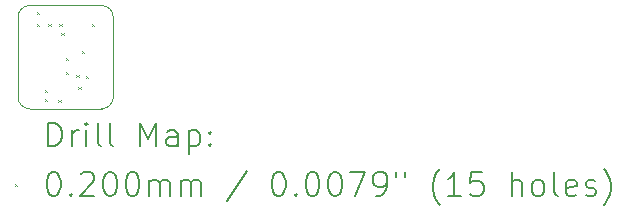
<source format=gbr>
%TF.GenerationSoftware,KiCad,Pcbnew,7.0.8*%
%TF.CreationDate,2023-12-04T13:08:52+00:00*%
%TF.ProjectId,BNO085_0x4B_Board,424e4f30-3835-45f3-9078-34425f426f61,rev?*%
%TF.SameCoordinates,Original*%
%TF.FileFunction,Drillmap*%
%TF.FilePolarity,Positive*%
%FSLAX45Y45*%
G04 Gerber Fmt 4.5, Leading zero omitted, Abs format (unit mm)*
G04 Created by KiCad (PCBNEW 7.0.8) date 2023-12-04 13:08:52*
%MOMM*%
%LPD*%
G01*
G04 APERTURE LIST*
%ADD10C,0.100000*%
%ADD11C,0.200000*%
%ADD12C,0.020000*%
G04 APERTURE END LIST*
D10*
X10231500Y-10602000D02*
G75*
G03*
X10131500Y-10502000I-100000J0D01*
G01*
X9524500Y-10502000D02*
G75*
G03*
X9424500Y-10602000I0J-100000D01*
G01*
X9524500Y-10502000D02*
X10131500Y-10502000D01*
X10131500Y-11377000D02*
G75*
G03*
X10231500Y-11277000I0J100000D01*
G01*
X10231500Y-10602000D02*
X10231500Y-11277000D01*
X9424500Y-11277000D02*
X9424500Y-10602000D01*
X9524500Y-11377000D02*
X10131500Y-11377000D01*
X9424500Y-11277000D02*
G75*
G03*
X9524500Y-11377000I100000J0D01*
G01*
D11*
D12*
X9586000Y-10554000D02*
X9606000Y-10574000D01*
X9606000Y-10554000D02*
X9586000Y-10574000D01*
X9586000Y-10656000D02*
X9606000Y-10676000D01*
X9606000Y-10656000D02*
X9586000Y-10676000D01*
X9652000Y-11215000D02*
X9672000Y-11235000D01*
X9672000Y-11215000D02*
X9652000Y-11235000D01*
X9653000Y-11291950D02*
X9673000Y-11311950D01*
X9673000Y-11291950D02*
X9653000Y-11311950D01*
X9680000Y-10656000D02*
X9700000Y-10676000D01*
X9700000Y-10656000D02*
X9680000Y-10676000D01*
X9767000Y-11302000D02*
X9787000Y-11322000D01*
X9787000Y-11302000D02*
X9767000Y-11322000D01*
X9773000Y-10655000D02*
X9793000Y-10675000D01*
X9793000Y-10655000D02*
X9773000Y-10675000D01*
X9791000Y-10733000D02*
X9811000Y-10753000D01*
X9811000Y-10733000D02*
X9791000Y-10753000D01*
X9831037Y-10943220D02*
X9851037Y-10963220D01*
X9851037Y-10943220D02*
X9831037Y-10963220D01*
X9831450Y-11063300D02*
X9851450Y-11083300D01*
X9851450Y-11063300D02*
X9831450Y-11083300D01*
X9919000Y-11088000D02*
X9939000Y-11108000D01*
X9939000Y-11088000D02*
X9919000Y-11108000D01*
X9934097Y-11189002D02*
X9954097Y-11209002D01*
X9954097Y-11189002D02*
X9934097Y-11209002D01*
X9966000Y-10884000D02*
X9986000Y-10904000D01*
X9986000Y-10884000D02*
X9966000Y-10904000D01*
X10001000Y-11097000D02*
X10021000Y-11117000D01*
X10021000Y-11097000D02*
X10001000Y-11117000D01*
X10051000Y-10655000D02*
X10071000Y-10675000D01*
X10071000Y-10655000D02*
X10051000Y-10675000D01*
D11*
X9680277Y-11693484D02*
X9680277Y-11493484D01*
X9680277Y-11493484D02*
X9727896Y-11493484D01*
X9727896Y-11493484D02*
X9756467Y-11503008D01*
X9756467Y-11503008D02*
X9775515Y-11522055D01*
X9775515Y-11522055D02*
X9785039Y-11541103D01*
X9785039Y-11541103D02*
X9794563Y-11579198D01*
X9794563Y-11579198D02*
X9794563Y-11607769D01*
X9794563Y-11607769D02*
X9785039Y-11645865D01*
X9785039Y-11645865D02*
X9775515Y-11664912D01*
X9775515Y-11664912D02*
X9756467Y-11683960D01*
X9756467Y-11683960D02*
X9727896Y-11693484D01*
X9727896Y-11693484D02*
X9680277Y-11693484D01*
X9880277Y-11693484D02*
X9880277Y-11560150D01*
X9880277Y-11598246D02*
X9889801Y-11579198D01*
X9889801Y-11579198D02*
X9899324Y-11569674D01*
X9899324Y-11569674D02*
X9918372Y-11560150D01*
X9918372Y-11560150D02*
X9937420Y-11560150D01*
X10004086Y-11693484D02*
X10004086Y-11560150D01*
X10004086Y-11493484D02*
X9994563Y-11503008D01*
X9994563Y-11503008D02*
X10004086Y-11512531D01*
X10004086Y-11512531D02*
X10013610Y-11503008D01*
X10013610Y-11503008D02*
X10004086Y-11493484D01*
X10004086Y-11493484D02*
X10004086Y-11512531D01*
X10127896Y-11693484D02*
X10108848Y-11683960D01*
X10108848Y-11683960D02*
X10099324Y-11664912D01*
X10099324Y-11664912D02*
X10099324Y-11493484D01*
X10232658Y-11693484D02*
X10213610Y-11683960D01*
X10213610Y-11683960D02*
X10204086Y-11664912D01*
X10204086Y-11664912D02*
X10204086Y-11493484D01*
X10461229Y-11693484D02*
X10461229Y-11493484D01*
X10461229Y-11493484D02*
X10527896Y-11636341D01*
X10527896Y-11636341D02*
X10594563Y-11493484D01*
X10594563Y-11493484D02*
X10594563Y-11693484D01*
X10775515Y-11693484D02*
X10775515Y-11588722D01*
X10775515Y-11588722D02*
X10765991Y-11569674D01*
X10765991Y-11569674D02*
X10746944Y-11560150D01*
X10746944Y-11560150D02*
X10708848Y-11560150D01*
X10708848Y-11560150D02*
X10689801Y-11569674D01*
X10775515Y-11683960D02*
X10756467Y-11693484D01*
X10756467Y-11693484D02*
X10708848Y-11693484D01*
X10708848Y-11693484D02*
X10689801Y-11683960D01*
X10689801Y-11683960D02*
X10680277Y-11664912D01*
X10680277Y-11664912D02*
X10680277Y-11645865D01*
X10680277Y-11645865D02*
X10689801Y-11626817D01*
X10689801Y-11626817D02*
X10708848Y-11617293D01*
X10708848Y-11617293D02*
X10756467Y-11617293D01*
X10756467Y-11617293D02*
X10775515Y-11607769D01*
X10870753Y-11560150D02*
X10870753Y-11760150D01*
X10870753Y-11569674D02*
X10889801Y-11560150D01*
X10889801Y-11560150D02*
X10927896Y-11560150D01*
X10927896Y-11560150D02*
X10946944Y-11569674D01*
X10946944Y-11569674D02*
X10956467Y-11579198D01*
X10956467Y-11579198D02*
X10965991Y-11598246D01*
X10965991Y-11598246D02*
X10965991Y-11655388D01*
X10965991Y-11655388D02*
X10956467Y-11674436D01*
X10956467Y-11674436D02*
X10946944Y-11683960D01*
X10946944Y-11683960D02*
X10927896Y-11693484D01*
X10927896Y-11693484D02*
X10889801Y-11693484D01*
X10889801Y-11693484D02*
X10870753Y-11683960D01*
X11051705Y-11674436D02*
X11061229Y-11683960D01*
X11061229Y-11683960D02*
X11051705Y-11693484D01*
X11051705Y-11693484D02*
X11042182Y-11683960D01*
X11042182Y-11683960D02*
X11051705Y-11674436D01*
X11051705Y-11674436D02*
X11051705Y-11693484D01*
X11051705Y-11569674D02*
X11061229Y-11579198D01*
X11061229Y-11579198D02*
X11051705Y-11588722D01*
X11051705Y-11588722D02*
X11042182Y-11579198D01*
X11042182Y-11579198D02*
X11051705Y-11569674D01*
X11051705Y-11569674D02*
X11051705Y-11588722D01*
D12*
X9399500Y-12012000D02*
X9419500Y-12032000D01*
X9419500Y-12012000D02*
X9399500Y-12032000D01*
D11*
X9718372Y-11913484D02*
X9737420Y-11913484D01*
X9737420Y-11913484D02*
X9756467Y-11923008D01*
X9756467Y-11923008D02*
X9765991Y-11932531D01*
X9765991Y-11932531D02*
X9775515Y-11951579D01*
X9775515Y-11951579D02*
X9785039Y-11989674D01*
X9785039Y-11989674D02*
X9785039Y-12037293D01*
X9785039Y-12037293D02*
X9775515Y-12075388D01*
X9775515Y-12075388D02*
X9765991Y-12094436D01*
X9765991Y-12094436D02*
X9756467Y-12103960D01*
X9756467Y-12103960D02*
X9737420Y-12113484D01*
X9737420Y-12113484D02*
X9718372Y-12113484D01*
X9718372Y-12113484D02*
X9699324Y-12103960D01*
X9699324Y-12103960D02*
X9689801Y-12094436D01*
X9689801Y-12094436D02*
X9680277Y-12075388D01*
X9680277Y-12075388D02*
X9670753Y-12037293D01*
X9670753Y-12037293D02*
X9670753Y-11989674D01*
X9670753Y-11989674D02*
X9680277Y-11951579D01*
X9680277Y-11951579D02*
X9689801Y-11932531D01*
X9689801Y-11932531D02*
X9699324Y-11923008D01*
X9699324Y-11923008D02*
X9718372Y-11913484D01*
X9870753Y-12094436D02*
X9880277Y-12103960D01*
X9880277Y-12103960D02*
X9870753Y-12113484D01*
X9870753Y-12113484D02*
X9861229Y-12103960D01*
X9861229Y-12103960D02*
X9870753Y-12094436D01*
X9870753Y-12094436D02*
X9870753Y-12113484D01*
X9956467Y-11932531D02*
X9965991Y-11923008D01*
X9965991Y-11923008D02*
X9985039Y-11913484D01*
X9985039Y-11913484D02*
X10032658Y-11913484D01*
X10032658Y-11913484D02*
X10051705Y-11923008D01*
X10051705Y-11923008D02*
X10061229Y-11932531D01*
X10061229Y-11932531D02*
X10070753Y-11951579D01*
X10070753Y-11951579D02*
X10070753Y-11970627D01*
X10070753Y-11970627D02*
X10061229Y-11999198D01*
X10061229Y-11999198D02*
X9946944Y-12113484D01*
X9946944Y-12113484D02*
X10070753Y-12113484D01*
X10194563Y-11913484D02*
X10213610Y-11913484D01*
X10213610Y-11913484D02*
X10232658Y-11923008D01*
X10232658Y-11923008D02*
X10242182Y-11932531D01*
X10242182Y-11932531D02*
X10251705Y-11951579D01*
X10251705Y-11951579D02*
X10261229Y-11989674D01*
X10261229Y-11989674D02*
X10261229Y-12037293D01*
X10261229Y-12037293D02*
X10251705Y-12075388D01*
X10251705Y-12075388D02*
X10242182Y-12094436D01*
X10242182Y-12094436D02*
X10232658Y-12103960D01*
X10232658Y-12103960D02*
X10213610Y-12113484D01*
X10213610Y-12113484D02*
X10194563Y-12113484D01*
X10194563Y-12113484D02*
X10175515Y-12103960D01*
X10175515Y-12103960D02*
X10165991Y-12094436D01*
X10165991Y-12094436D02*
X10156467Y-12075388D01*
X10156467Y-12075388D02*
X10146944Y-12037293D01*
X10146944Y-12037293D02*
X10146944Y-11989674D01*
X10146944Y-11989674D02*
X10156467Y-11951579D01*
X10156467Y-11951579D02*
X10165991Y-11932531D01*
X10165991Y-11932531D02*
X10175515Y-11923008D01*
X10175515Y-11923008D02*
X10194563Y-11913484D01*
X10385039Y-11913484D02*
X10404086Y-11913484D01*
X10404086Y-11913484D02*
X10423134Y-11923008D01*
X10423134Y-11923008D02*
X10432658Y-11932531D01*
X10432658Y-11932531D02*
X10442182Y-11951579D01*
X10442182Y-11951579D02*
X10451705Y-11989674D01*
X10451705Y-11989674D02*
X10451705Y-12037293D01*
X10451705Y-12037293D02*
X10442182Y-12075388D01*
X10442182Y-12075388D02*
X10432658Y-12094436D01*
X10432658Y-12094436D02*
X10423134Y-12103960D01*
X10423134Y-12103960D02*
X10404086Y-12113484D01*
X10404086Y-12113484D02*
X10385039Y-12113484D01*
X10385039Y-12113484D02*
X10365991Y-12103960D01*
X10365991Y-12103960D02*
X10356467Y-12094436D01*
X10356467Y-12094436D02*
X10346944Y-12075388D01*
X10346944Y-12075388D02*
X10337420Y-12037293D01*
X10337420Y-12037293D02*
X10337420Y-11989674D01*
X10337420Y-11989674D02*
X10346944Y-11951579D01*
X10346944Y-11951579D02*
X10356467Y-11932531D01*
X10356467Y-11932531D02*
X10365991Y-11923008D01*
X10365991Y-11923008D02*
X10385039Y-11913484D01*
X10537420Y-12113484D02*
X10537420Y-11980150D01*
X10537420Y-11999198D02*
X10546944Y-11989674D01*
X10546944Y-11989674D02*
X10565991Y-11980150D01*
X10565991Y-11980150D02*
X10594563Y-11980150D01*
X10594563Y-11980150D02*
X10613610Y-11989674D01*
X10613610Y-11989674D02*
X10623134Y-12008722D01*
X10623134Y-12008722D02*
X10623134Y-12113484D01*
X10623134Y-12008722D02*
X10632658Y-11989674D01*
X10632658Y-11989674D02*
X10651705Y-11980150D01*
X10651705Y-11980150D02*
X10680277Y-11980150D01*
X10680277Y-11980150D02*
X10699325Y-11989674D01*
X10699325Y-11989674D02*
X10708848Y-12008722D01*
X10708848Y-12008722D02*
X10708848Y-12113484D01*
X10804086Y-12113484D02*
X10804086Y-11980150D01*
X10804086Y-11999198D02*
X10813610Y-11989674D01*
X10813610Y-11989674D02*
X10832658Y-11980150D01*
X10832658Y-11980150D02*
X10861229Y-11980150D01*
X10861229Y-11980150D02*
X10880277Y-11989674D01*
X10880277Y-11989674D02*
X10889801Y-12008722D01*
X10889801Y-12008722D02*
X10889801Y-12113484D01*
X10889801Y-12008722D02*
X10899325Y-11989674D01*
X10899325Y-11989674D02*
X10918372Y-11980150D01*
X10918372Y-11980150D02*
X10946944Y-11980150D01*
X10946944Y-11980150D02*
X10965991Y-11989674D01*
X10965991Y-11989674D02*
X10975515Y-12008722D01*
X10975515Y-12008722D02*
X10975515Y-12113484D01*
X11365991Y-11903960D02*
X11194563Y-12161103D01*
X11623134Y-11913484D02*
X11642182Y-11913484D01*
X11642182Y-11913484D02*
X11661229Y-11923008D01*
X11661229Y-11923008D02*
X11670753Y-11932531D01*
X11670753Y-11932531D02*
X11680277Y-11951579D01*
X11680277Y-11951579D02*
X11689801Y-11989674D01*
X11689801Y-11989674D02*
X11689801Y-12037293D01*
X11689801Y-12037293D02*
X11680277Y-12075388D01*
X11680277Y-12075388D02*
X11670753Y-12094436D01*
X11670753Y-12094436D02*
X11661229Y-12103960D01*
X11661229Y-12103960D02*
X11642182Y-12113484D01*
X11642182Y-12113484D02*
X11623134Y-12113484D01*
X11623134Y-12113484D02*
X11604086Y-12103960D01*
X11604086Y-12103960D02*
X11594563Y-12094436D01*
X11594563Y-12094436D02*
X11585039Y-12075388D01*
X11585039Y-12075388D02*
X11575515Y-12037293D01*
X11575515Y-12037293D02*
X11575515Y-11989674D01*
X11575515Y-11989674D02*
X11585039Y-11951579D01*
X11585039Y-11951579D02*
X11594563Y-11932531D01*
X11594563Y-11932531D02*
X11604086Y-11923008D01*
X11604086Y-11923008D02*
X11623134Y-11913484D01*
X11775515Y-12094436D02*
X11785039Y-12103960D01*
X11785039Y-12103960D02*
X11775515Y-12113484D01*
X11775515Y-12113484D02*
X11765991Y-12103960D01*
X11765991Y-12103960D02*
X11775515Y-12094436D01*
X11775515Y-12094436D02*
X11775515Y-12113484D01*
X11908848Y-11913484D02*
X11927896Y-11913484D01*
X11927896Y-11913484D02*
X11946944Y-11923008D01*
X11946944Y-11923008D02*
X11956467Y-11932531D01*
X11956467Y-11932531D02*
X11965991Y-11951579D01*
X11965991Y-11951579D02*
X11975515Y-11989674D01*
X11975515Y-11989674D02*
X11975515Y-12037293D01*
X11975515Y-12037293D02*
X11965991Y-12075388D01*
X11965991Y-12075388D02*
X11956467Y-12094436D01*
X11956467Y-12094436D02*
X11946944Y-12103960D01*
X11946944Y-12103960D02*
X11927896Y-12113484D01*
X11927896Y-12113484D02*
X11908848Y-12113484D01*
X11908848Y-12113484D02*
X11889801Y-12103960D01*
X11889801Y-12103960D02*
X11880277Y-12094436D01*
X11880277Y-12094436D02*
X11870753Y-12075388D01*
X11870753Y-12075388D02*
X11861229Y-12037293D01*
X11861229Y-12037293D02*
X11861229Y-11989674D01*
X11861229Y-11989674D02*
X11870753Y-11951579D01*
X11870753Y-11951579D02*
X11880277Y-11932531D01*
X11880277Y-11932531D02*
X11889801Y-11923008D01*
X11889801Y-11923008D02*
X11908848Y-11913484D01*
X12099325Y-11913484D02*
X12118372Y-11913484D01*
X12118372Y-11913484D02*
X12137420Y-11923008D01*
X12137420Y-11923008D02*
X12146944Y-11932531D01*
X12146944Y-11932531D02*
X12156467Y-11951579D01*
X12156467Y-11951579D02*
X12165991Y-11989674D01*
X12165991Y-11989674D02*
X12165991Y-12037293D01*
X12165991Y-12037293D02*
X12156467Y-12075388D01*
X12156467Y-12075388D02*
X12146944Y-12094436D01*
X12146944Y-12094436D02*
X12137420Y-12103960D01*
X12137420Y-12103960D02*
X12118372Y-12113484D01*
X12118372Y-12113484D02*
X12099325Y-12113484D01*
X12099325Y-12113484D02*
X12080277Y-12103960D01*
X12080277Y-12103960D02*
X12070753Y-12094436D01*
X12070753Y-12094436D02*
X12061229Y-12075388D01*
X12061229Y-12075388D02*
X12051706Y-12037293D01*
X12051706Y-12037293D02*
X12051706Y-11989674D01*
X12051706Y-11989674D02*
X12061229Y-11951579D01*
X12061229Y-11951579D02*
X12070753Y-11932531D01*
X12070753Y-11932531D02*
X12080277Y-11923008D01*
X12080277Y-11923008D02*
X12099325Y-11913484D01*
X12232658Y-11913484D02*
X12365991Y-11913484D01*
X12365991Y-11913484D02*
X12280277Y-12113484D01*
X12451706Y-12113484D02*
X12489801Y-12113484D01*
X12489801Y-12113484D02*
X12508848Y-12103960D01*
X12508848Y-12103960D02*
X12518372Y-12094436D01*
X12518372Y-12094436D02*
X12537420Y-12065865D01*
X12537420Y-12065865D02*
X12546944Y-12027769D01*
X12546944Y-12027769D02*
X12546944Y-11951579D01*
X12546944Y-11951579D02*
X12537420Y-11932531D01*
X12537420Y-11932531D02*
X12527896Y-11923008D01*
X12527896Y-11923008D02*
X12508848Y-11913484D01*
X12508848Y-11913484D02*
X12470753Y-11913484D01*
X12470753Y-11913484D02*
X12451706Y-11923008D01*
X12451706Y-11923008D02*
X12442182Y-11932531D01*
X12442182Y-11932531D02*
X12432658Y-11951579D01*
X12432658Y-11951579D02*
X12432658Y-11999198D01*
X12432658Y-11999198D02*
X12442182Y-12018246D01*
X12442182Y-12018246D02*
X12451706Y-12027769D01*
X12451706Y-12027769D02*
X12470753Y-12037293D01*
X12470753Y-12037293D02*
X12508848Y-12037293D01*
X12508848Y-12037293D02*
X12527896Y-12027769D01*
X12527896Y-12027769D02*
X12537420Y-12018246D01*
X12537420Y-12018246D02*
X12546944Y-11999198D01*
X12623134Y-11913484D02*
X12623134Y-11951579D01*
X12699325Y-11913484D02*
X12699325Y-11951579D01*
X12994563Y-12189674D02*
X12985039Y-12180150D01*
X12985039Y-12180150D02*
X12965991Y-12151579D01*
X12965991Y-12151579D02*
X12956468Y-12132531D01*
X12956468Y-12132531D02*
X12946944Y-12103960D01*
X12946944Y-12103960D02*
X12937420Y-12056341D01*
X12937420Y-12056341D02*
X12937420Y-12018246D01*
X12937420Y-12018246D02*
X12946944Y-11970627D01*
X12946944Y-11970627D02*
X12956468Y-11942055D01*
X12956468Y-11942055D02*
X12965991Y-11923008D01*
X12965991Y-11923008D02*
X12985039Y-11894436D01*
X12985039Y-11894436D02*
X12994563Y-11884912D01*
X13175515Y-12113484D02*
X13061229Y-12113484D01*
X13118372Y-12113484D02*
X13118372Y-11913484D01*
X13118372Y-11913484D02*
X13099325Y-11942055D01*
X13099325Y-11942055D02*
X13080277Y-11961103D01*
X13080277Y-11961103D02*
X13061229Y-11970627D01*
X13356468Y-11913484D02*
X13261229Y-11913484D01*
X13261229Y-11913484D02*
X13251706Y-12008722D01*
X13251706Y-12008722D02*
X13261229Y-11999198D01*
X13261229Y-11999198D02*
X13280277Y-11989674D01*
X13280277Y-11989674D02*
X13327896Y-11989674D01*
X13327896Y-11989674D02*
X13346944Y-11999198D01*
X13346944Y-11999198D02*
X13356468Y-12008722D01*
X13356468Y-12008722D02*
X13365991Y-12027769D01*
X13365991Y-12027769D02*
X13365991Y-12075388D01*
X13365991Y-12075388D02*
X13356468Y-12094436D01*
X13356468Y-12094436D02*
X13346944Y-12103960D01*
X13346944Y-12103960D02*
X13327896Y-12113484D01*
X13327896Y-12113484D02*
X13280277Y-12113484D01*
X13280277Y-12113484D02*
X13261229Y-12103960D01*
X13261229Y-12103960D02*
X13251706Y-12094436D01*
X13604087Y-12113484D02*
X13604087Y-11913484D01*
X13689801Y-12113484D02*
X13689801Y-12008722D01*
X13689801Y-12008722D02*
X13680277Y-11989674D01*
X13680277Y-11989674D02*
X13661230Y-11980150D01*
X13661230Y-11980150D02*
X13632658Y-11980150D01*
X13632658Y-11980150D02*
X13613610Y-11989674D01*
X13613610Y-11989674D02*
X13604087Y-11999198D01*
X13813610Y-12113484D02*
X13794563Y-12103960D01*
X13794563Y-12103960D02*
X13785039Y-12094436D01*
X13785039Y-12094436D02*
X13775515Y-12075388D01*
X13775515Y-12075388D02*
X13775515Y-12018246D01*
X13775515Y-12018246D02*
X13785039Y-11999198D01*
X13785039Y-11999198D02*
X13794563Y-11989674D01*
X13794563Y-11989674D02*
X13813610Y-11980150D01*
X13813610Y-11980150D02*
X13842182Y-11980150D01*
X13842182Y-11980150D02*
X13861230Y-11989674D01*
X13861230Y-11989674D02*
X13870753Y-11999198D01*
X13870753Y-11999198D02*
X13880277Y-12018246D01*
X13880277Y-12018246D02*
X13880277Y-12075388D01*
X13880277Y-12075388D02*
X13870753Y-12094436D01*
X13870753Y-12094436D02*
X13861230Y-12103960D01*
X13861230Y-12103960D02*
X13842182Y-12113484D01*
X13842182Y-12113484D02*
X13813610Y-12113484D01*
X13994563Y-12113484D02*
X13975515Y-12103960D01*
X13975515Y-12103960D02*
X13965991Y-12084912D01*
X13965991Y-12084912D02*
X13965991Y-11913484D01*
X14146944Y-12103960D02*
X14127896Y-12113484D01*
X14127896Y-12113484D02*
X14089801Y-12113484D01*
X14089801Y-12113484D02*
X14070753Y-12103960D01*
X14070753Y-12103960D02*
X14061230Y-12084912D01*
X14061230Y-12084912D02*
X14061230Y-12008722D01*
X14061230Y-12008722D02*
X14070753Y-11989674D01*
X14070753Y-11989674D02*
X14089801Y-11980150D01*
X14089801Y-11980150D02*
X14127896Y-11980150D01*
X14127896Y-11980150D02*
X14146944Y-11989674D01*
X14146944Y-11989674D02*
X14156468Y-12008722D01*
X14156468Y-12008722D02*
X14156468Y-12027769D01*
X14156468Y-12027769D02*
X14061230Y-12046817D01*
X14232658Y-12103960D02*
X14251706Y-12113484D01*
X14251706Y-12113484D02*
X14289801Y-12113484D01*
X14289801Y-12113484D02*
X14308849Y-12103960D01*
X14308849Y-12103960D02*
X14318372Y-12084912D01*
X14318372Y-12084912D02*
X14318372Y-12075388D01*
X14318372Y-12075388D02*
X14308849Y-12056341D01*
X14308849Y-12056341D02*
X14289801Y-12046817D01*
X14289801Y-12046817D02*
X14261230Y-12046817D01*
X14261230Y-12046817D02*
X14242182Y-12037293D01*
X14242182Y-12037293D02*
X14232658Y-12018246D01*
X14232658Y-12018246D02*
X14232658Y-12008722D01*
X14232658Y-12008722D02*
X14242182Y-11989674D01*
X14242182Y-11989674D02*
X14261230Y-11980150D01*
X14261230Y-11980150D02*
X14289801Y-11980150D01*
X14289801Y-11980150D02*
X14308849Y-11989674D01*
X14385039Y-12189674D02*
X14394563Y-12180150D01*
X14394563Y-12180150D02*
X14413611Y-12151579D01*
X14413611Y-12151579D02*
X14423134Y-12132531D01*
X14423134Y-12132531D02*
X14432658Y-12103960D01*
X14432658Y-12103960D02*
X14442182Y-12056341D01*
X14442182Y-12056341D02*
X14442182Y-12018246D01*
X14442182Y-12018246D02*
X14432658Y-11970627D01*
X14432658Y-11970627D02*
X14423134Y-11942055D01*
X14423134Y-11942055D02*
X14413611Y-11923008D01*
X14413611Y-11923008D02*
X14394563Y-11894436D01*
X14394563Y-11894436D02*
X14385039Y-11884912D01*
M02*

</source>
